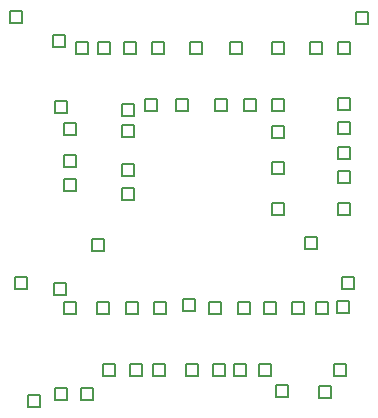
<source format=gbr>
%TF.GenerationSoftware,Altium Limited,Altium Designer,20.0.10 (225)*%
G04 Layer_Color=2752767*
%FSLAX26Y26*%
%MOIN*%
%TF.FileFunction,Drawing*%
%TF.Part,CustomerPanel*%
G01*
G75*
%TA.AperFunction,NonConductor*%
%ADD28C,0.005000*%
D28*
X2330276Y3262618D02*
Y3302618D01*
X2370276D01*
Y3262618D01*
X2330276D01*
X2640276Y2975000D02*
Y3015000D01*
X2680276D01*
Y2975000D01*
X2640276D01*
X2835276Y3045000D02*
Y3085000D01*
X2875276D01*
Y3045000D01*
X2835276D01*
X2860276Y3335000D02*
Y3375000D01*
X2900276D01*
Y3335000D01*
X2860276D01*
X2845276Y3255000D02*
Y3295000D01*
X2885276D01*
Y3255000D01*
X2845276D01*
X1770276Y3335000D02*
Y3375000D01*
X1810276D01*
Y3335000D01*
X1770276D01*
X1900276Y3315000D02*
Y3355000D01*
X1940276D01*
Y3315000D01*
X1900276D01*
X1905276Y2965000D02*
Y3005000D01*
X1945276D01*
Y2965000D01*
X1905276D01*
X1990276D02*
Y3005000D01*
X2030276D01*
Y2965000D01*
X1990276D01*
X1935276Y3250000D02*
Y3290000D01*
X1975276D01*
Y3250000D01*
X1935276D01*
X2045276D02*
Y3290000D01*
X2085276D01*
Y3250000D01*
X2045276D01*
X2065276Y3045875D02*
Y3085875D01*
X2105276D01*
Y3045875D01*
X2065276D01*
X2155276D02*
Y3085875D01*
X2195276D01*
Y3045875D01*
X2155276D01*
X2140276Y3250000D02*
Y3290000D01*
X2180276D01*
Y3250000D01*
X2140276D01*
X2430276Y3045875D02*
Y3085875D01*
X2470276D01*
Y3045875D01*
X2430276D01*
X2234445Y3250000D02*
Y3290000D01*
X2274445D01*
Y3250000D01*
X2234445D01*
X2232132Y3045875D02*
Y3085875D01*
X2272132D01*
Y3045875D01*
X2232132D01*
X2340276D02*
Y3085875D01*
X2380276D01*
Y3045875D01*
X2340276D01*
X2500276D02*
Y3085875D01*
X2540276D01*
Y3045875D01*
X2500276D01*
X2419019Y3250000D02*
Y3290000D01*
X2459019D01*
Y3250000D01*
X2419019D01*
X2775276D02*
Y3290000D01*
X2815276D01*
Y3250000D01*
X2775276D01*
X2695276D02*
Y3290000D01*
X2735276D01*
Y3250000D01*
X2695276D01*
X2601608D02*
Y3290000D01*
X2641608D01*
Y3250000D01*
X2601608D01*
X2515276D02*
Y3290000D01*
X2555276D01*
Y3250000D01*
X2515276D01*
X2585276Y3045875D02*
Y3085875D01*
X2625276D01*
Y3045875D01*
X2585276D01*
X2785276Y2970000D02*
Y3010000D01*
X2825276D01*
Y2970000D01*
X2785276D01*
X1815276Y2940000D02*
Y2980000D01*
X1855276D01*
Y2940000D01*
X1815276D01*
X1753819Y4221969D02*
Y4261969D01*
X1793819D01*
Y4221969D01*
X1753819D01*
X2848819Y3929351D02*
Y3969351D01*
X2888819D01*
Y3929351D01*
X2848819D01*
X2755492Y4116969D02*
Y4156969D01*
X2795492D01*
Y4116969D01*
X2755492D01*
X2848819D02*
Y4156969D01*
X2888819D01*
Y4116969D01*
X2848819D01*
X1903819Y3921969D02*
Y3961969D01*
X1943819D01*
Y3921969D01*
X1903819D01*
X2908819Y4216969D02*
Y4256969D01*
X2948819D01*
Y4216969D01*
X2908819D01*
X2628819Y3926969D02*
Y3966969D01*
X2668819D01*
Y3926969D01*
X2628819D01*
X2128819Y3711969D02*
Y3751969D01*
X2168819D01*
Y3711969D01*
X2128819D01*
Y3631969D02*
Y3671969D01*
X2168819D01*
Y3631969D01*
X2128819D01*
X1933819Y3661969D02*
Y3701969D01*
X1973819D01*
Y3661969D01*
X1933819D01*
Y3741969D02*
Y3781969D01*
X1973819D01*
Y3741969D01*
X1933819D01*
X2848819Y3766969D02*
Y3806969D01*
X2888819D01*
Y3766969D01*
X2848819D01*
Y3686053D02*
Y3726053D01*
X2888819D01*
Y3686053D01*
X2848819D01*
X2628819Y3581296D02*
Y3621296D01*
X2668819D01*
Y3581296D01*
X2628819D01*
X2848819D02*
Y3621296D01*
X2888819D01*
Y3581296D01*
X2848819D01*
X2628819Y3716853D02*
Y3756853D01*
X2668819D01*
Y3716853D01*
X2628819D01*
Y3836969D02*
Y3876969D01*
X2668819D01*
Y3836969D01*
X2628819D01*
X2353819Y4116969D02*
Y4156969D01*
X2393819D01*
Y4116969D01*
X2353819D01*
X2308819Y3926969D02*
Y3966969D01*
X2348819D01*
Y3926969D01*
X2308819D01*
X2438204D02*
Y3966969D01*
X2478204D01*
Y3926969D01*
X2438204D01*
X2488819Y4116969D02*
Y4156969D01*
X2528819D01*
Y4116969D01*
X2488819D01*
X1933819Y3846969D02*
Y3886969D01*
X1973819D01*
Y3846969D01*
X1933819D01*
X2128819Y3841969D02*
Y3881969D01*
X2168819D01*
Y3841969D01*
X2128819D01*
X2628819Y4116969D02*
Y4156969D01*
X2668819D01*
Y4116969D01*
X2628819D01*
X2533819Y3926969D02*
Y3966969D01*
X2573819D01*
Y3926969D01*
X2533819D01*
X2848819Y3851969D02*
Y3891969D01*
X2888819D01*
Y3851969D01*
X2848819D01*
X1898819Y4141969D02*
Y4181969D01*
X1938819D01*
Y4141969D01*
X1898819D01*
X2128819Y3911969D02*
Y3951969D01*
X2168819D01*
Y3911969D01*
X2128819D01*
X2203819Y3926969D02*
Y3966969D01*
X2243819D01*
Y3926969D01*
X2203819D01*
X2229244Y4116969D02*
Y4156969D01*
X2269244D01*
Y4116969D01*
X2229244D01*
X2135366D02*
Y4156969D01*
X2175366D01*
Y4116969D01*
X2135366D01*
X2048819D02*
Y4156969D01*
X2088819D01*
Y4116969D01*
X2048819D01*
X1973819D02*
Y4156969D01*
X2013819D01*
Y4116969D01*
X1973819D01*
X2738819Y3466969D02*
Y3506969D01*
X2778819D01*
Y3466969D01*
X2738819D01*
X2028819Y3461969D02*
Y3501969D01*
X2068819D01*
Y3461969D01*
X2028819D01*
%TF.MD5,38ad090bf7c460645cc14fce055fb9b1*%
M02*

</source>
